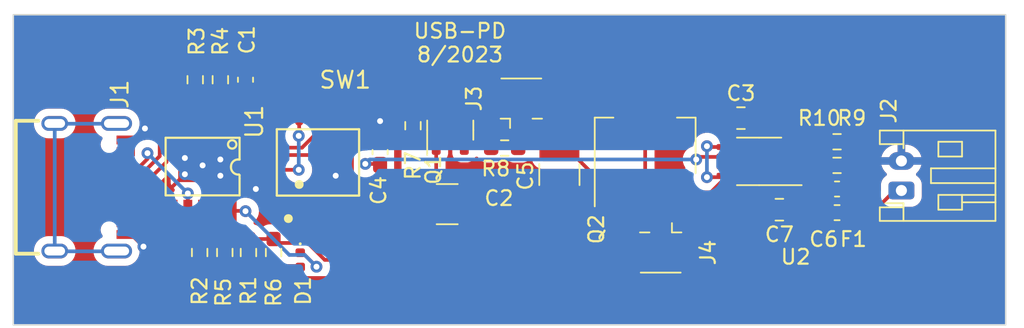
<source format=kicad_pcb>
(kicad_pcb (version 20221018) (generator pcbnew)
  (layers (0 "F.Cu" signal) (31 "B.Cu" signal) (34 "B.Paste" user) (35 "F.Paste" user) (36 "B.SilkS" user "B.Silkscreen") (37 "F.SilkS" user "F.Silkscreen") (38 "B.Mask" user) (39 "F.Mask" user) (44 "Edge.Cuts" user))
  (net 0 "")
  (net 1 "Net-(Q1-B)")
  (net 2 "Net-(J4-In)")
  (net 3 "GND")
  (net 4 "Net-(U2-NR{slash}SS)")
  (net 5 "Net-(Q2-B)")
  (net 6 "Net-(U2-FB)")
  (net 7 "VDD")
  (net 8 "Net-(D1-K)")
  (net 9 "Net-(D1-A)")
  (net 10 "Net-(J1-CC1)")
  (net 11 "Net-(U1-DP)")
  (net 12 "VBUS")
  (net 13 "Net-(U1-DM)")
  (net 15 "GNDPWR")
  (net 16 "Net-(J1-CC2)")
  (net 17 "/power2/10V")
  (net 18 "/power2/p_out")
  (net 20 "Net-(J3-In)")
  (net 21 "Net-(U1-VBUS)")
  (net 22 "Net-(U1-CFG3)")
  (net 23 "Net-(U1-CFG2)")
  (net 24 "Net-(U1-CFG1)")
  (footprint "Resistor_SMD:R_0603_1608Metric_Pad0.98x0.95mm_HandSolder" (layer "F.Cu") (at 138.8 91.1 90)
    (fp_text reference "R1" (at -2.5875 0 90) (layer "F.SilkS"))
    (fp_text value "1K")
    (fp_line (start -0.254724 -0.5225) (end 0.254724 -0.5225) (stroke (width 0.12)) (layer "F.SilkS"))
    (fp_line (start -0.254724 0.5225) (end 0.254724 0.5225) (stroke (width 0.12)) (layer "F.SilkS"))
    (pad "1" smd roundrect (at -0.9125 0 90) (size 0.975 0.95) (layers "F.Cu" "F.Paste" "F.Mask") (net 12 "VBUS"))
    (pad "2" smd roundrect (at 0.9125 0 90) (size 0.975 0.95) (layers "F.Cu" "F.Paste" "F.Mask") (net 7 "VDD"))
  )
  (footprint "Resistor_SMD:R_0603_1608Metric_Pad0.98x0.95mm_HandSolder" (layer "F.Cu") (at 156.125 84.025)
    (fp_text reference "R8" (at -0.6 1.4) (layer "F.SilkS"))
    (fp_text value "1K")
    (fp_line (start -0.254724 -0.5225) (end 0.254724 -0.5225) (stroke (width 0.12)) (layer "F.SilkS"))
    (fp_line (start -0.254724 0.5225) (end 0.254724 0.5225) (stroke (width 0.12)) (layer "F.SilkS"))
    (pad "1" smd roundrect (at -0.9125 0) (size 0.975 0.95) (layers "F.Cu" "F.Paste" "F.Mask") (net 20 "Net-(J3-In)"))
    (pad "2" smd roundrect (at 0.9125 0) (size 0.975 0.95) (layers "F.Cu" "F.Paste" "F.Mask") (net 5 "Net-(Q2-B)"))
  )
  (footprint "Resistor_SMD:R_0603_1608Metric_Pad0.98x0.95mm_HandSolder" (layer "F.Cu") (at 178.6 85.2)
    (fp_text reference "R9" (at 1 -3.2) (layer "F.SilkS"))
    (fp_text value "115K")
    (fp_line (start -0.254724 -0.5225) (end 0.254724 -0.5225) (stroke (width 0.12)) (layer "F.SilkS"))
    (fp_line (start -0.254724 0.5225) (end 0.254724 0.5225) (stroke (width 0.12)) (layer "F.SilkS"))
    (pad "1" smd roundrect (at -0.9125 0) (size 0.975 0.95) (layers "F.Cu" "F.Paste" "F.Mask") (net 6 "Net-(U2-FB)"))
    (pad "2" smd roundrect (at 0.9125 0) (size 0.975 0.95) (layers "F.Cu" "F.Paste" "F.Mask") (net 18 "/power2/p_out"))
  )
  (footprint "Fuse:Fuse_0603_1608Metric_Pad1.05x0.95mm_HandSolder" (layer "F.Cu") (at 178.6 88.4 180)
    (fp_text reference "F1" (at -1.1 -1.8) (layer "F.SilkS"))
    (fp_text value "Polyfuse")
    (fp_line (start -0.171267 -0.51) (end 0.171267 -0.51) (stroke (width 0.12)) (layer "F.SilkS"))
    (fp_line (start -0.171267 0.51) (end 0.171267 0.51) (stroke (width 0.12)) (layer "F.SilkS"))
    (pad "1" smd roundrect (at -0.875 0 180) (size 1.05 0.95) (layers "F.Cu" "F.Paste" "F.Mask") (net 17 "/power2/10V"))
    (pad "2" smd roundrect (at 0.875 0 180) (size 1.05 0.95) (layers "F.Cu" "F.Paste" "F.Mask") (net 18 "/power2/p_out"))
  )
  (footprint "0my_footprints6:ESSOP-10_L4.9-W3.9-P1.0-LS6.0-TL-EP" (layer "F.Cu") (at 135.7 85.28 180)
    (fp_text reference "U1" (at -3.5 4.28 270) (layer "F.SilkS") (effects (font (size 1.143 1.143) (thickness 0.152)) (justify right)))
    (fp_text value "CH224K" hide)
    (fp_line (start -2.5 -1.95) (end 2.5 -1.95) (stroke (width 0.15)) (layer "F.SilkS"))
    (fp_line (start -2.5 -0.82) (end -2.5 -1.95) (stroke (width 0.15)) (layer "F.SilkS"))
    (fp_line (start -2.5 -0.58) (end -2.5 -0.82) (stroke (width 0.15)) (layer "F.SilkS"))
    (fp_line (start -2.5 0.48) (end -2.4 0.48) (stroke (width 0.15)) (layer "F.SilkS"))
    (fp_line (start -2.5 1.95) (end -2.5 0.48) (stroke (width 0.15)) (layer "F.SilkS"))
    (fp_line (start -2.5 1.95) (end 2.5 1.95) (stroke (width 0.15)) (layer "F.SilkS"))
    (fp_line (start -2.46 -0.54) (end -2.5 -0.58) (stroke (width 0.15)) (layer "F.SilkS"))
    (fp_line (start 2.5 1.95) (end 2.5 -1.95) (stroke (width 0.15)) (layer "F.SilkS"))
    (fp_arc (start -2.46 -0.54) (mid -2.063952 -0.396157) (end -1.919986 -0.000154) (stroke (width 0.15)) (layer "F.SilkS"))
    (fp_arc (start -1.92 0) (mid -2.060589 0.339411) (end -2.4 0.48) (stroke (width 0.15)) (layer "F.SilkS"))
    (fp_circle (center -2 1.5) (end -1.716 1.5) (stroke (width 0.15)) (fill none) (layer "F.SilkS"))
    (pad "1" smd rect (at -2 3 270) (size 1.5 0.6) (layers "F.Cu" "F.Paste" "F.Mask") (net 7 "VDD"))
    (pad "2" smd rect (at -1 3 270) (size 1.5 0.6) (layers "F.Cu" "F.Paste" "F.Mask") (net 23 "Net-(U1-CFG2)"))
    (pad "3" smd rect (at 0 3 270) (size 1.5 0.6) (layers "F.Cu" "F.Paste" "F.Mask") (net 22 "Net-(U1-CFG3)"))
    (pad "4" smd rect (at 1 3 270) (size 1.5 0.6) (layers "F.Cu" "F.Paste" "F.Mask") (net 11 "Net-(U1-DP)"))
    (pad "5" smd rect (at 2 3 270) (size 1.5 0.6) (layers "F.Cu" "F.Paste" "F.Mask") (net 13 "Net-(U1-DM)"))
    (pad "6" smd rect (at 2 -3 270) (size 1.5 0.6) (layers "F.Cu" "F.Paste" "F.Mask") (net 16 "Net-(J1-CC2)"))
    (pad "7" smd rect (at 1 -3 270) (size 1.5 0.6) (layers "F.Cu" "F.Paste" "F.Mask") (net 10 "Net-(J1-CC1)"))
    (pad "8" smd rect (at 0 -3 270) (size 1.5 0.6) (layers "F.Cu" "F.Paste" "F.Mask") (net 21 "Net-(U1-VBUS)"))
    (pad "9" smd rect (at -1 -3 270) (size 1.5 0.6) (layers "F.Cu" "F.Paste" "F.Mask") (net 24 "Net-(U1-CFG1)"))
    (pad "10" smd rect (at -2 -3 270) (size 1.5 0.6) (layers "F.Cu" "F.Paste" "F.Mask") (net 8 "Net-(D1-K)"))
    (pad "11" smd rect (at 0 0) (size 3.3 2.1) (layers "F.Cu" "F.Paste" "F.Mask") (net 3 "GND"))
  )
  (footprint "Package_TO_SOT_SMD:SOT-223-3_TabPin2" (layer "F.Cu") (at 165.625 83.875 90)
    (fp_text reference "Q2" (at -5.65 -3.3 90) (layer "F.SilkS"))
    (fp_text value "FZT851TA")
    (fp_line (start -4.1 -3.41) (end 1.91 -3.41) (stroke (width 0.12)) (layer "F.SilkS"))
    (fp_line (start -1.85 3.41) (end 1.91 3.41) (stroke (width 0.12)) (layer "F.SilkS"))
    (fp_line (start 1.91 -3.41) (end 1.91 -2.15) (stroke (width 0.12)) (layer "F.SilkS"))
    (fp_line (start 1.91 3.41) (end 1.91 2.15) (stroke (width 0.12)) (layer "F.SilkS"))
    (pad "1" smd rect (at -3.15 -2.3 90) (size 2 1.5) (layers "F.Cu" "F.Paste" "F.Mask") (net 5 "Net-(Q2-B)"))
    (pad "2" smd rect (at -3.15 0 90) (size 2 1.5) (layers "F.Cu" "F.Paste" "F.Mask") (net 20 "Net-(J3-In)"))
    (pad "2" smd rect (at 3.15 0 90) (size 2 3.8) (layers "F.Cu" "F.Paste" "F.Mask") (net 20 "Net-(J3-In)"))
    (pad "3" smd rect (at -3.15 2.3 90) (size 2 1.5) (layers "F.Cu" "F.Paste" "F.Mask") (net 2 "Net-(J4-In)"))
  )
  (footprint "Capacitor_SMD:C_0805_2012Metric_Pad1.18x1.45mm_HandSolder" (layer "F.Cu") (at 172.1 82)
    (fp_text reference "C3" (at 0 -1.68) (layer "F.SilkS"))
    (fp_text value "10uF X5R 0805")
    (fp_line (start -0.261252 -0.735) (end 0.261252 -0.735) (stroke (width 0.12)) (layer "F.SilkS"))
    (fp_line (start -0.261252 0.735) (end 0.261252 0.735) (stroke (width 0.12)) (layer "F.SilkS"))
    (pad "1" smd roundrect (at -1.0375 0) (size 1.175 1.45) (layers "F.Cu" "F.Paste" "F.Mask") (roundrect_rratio 0.2127659574) (net 2 "Net-(J4-In)"))
    (pad "2" smd roundrect (at 1.0375 0) (size 1.175 1.45) (layers "F.Cu" "F.Paste" "F.Mask") (roundrect_rratio 0.2127659574) (net 3 "GND"))
  )
  (footprint "Capacitor_SMD:C_0603_1608Metric_Pad1.08x0.95mm_HandSolder" (layer "F.Cu") (at 138.6 79.4 90)
    (fp_text reference "C1" (at 2.7 0.1 90) (layer "F.SilkS"))
    (fp_text value "1uF_25V")
    (fp_line (start -0.146267 -0.51) (end 0.146267 -0.51) (stroke (width 0.12)) (layer "F.SilkS"))
    (fp_line (start -0.146267 0.51) (end 0.146267 0.51) (stroke (width 0.12)) (layer "F.SilkS"))
    (pad "1" smd roundrect (at -0.8625 0 90) (size 1.075 0.95) (layers "F.Cu" "F.Paste" "F.Mask") (net 7 "VDD"))
    (pad "2" smd roundrect (at 0.8625 0 90) (size 1.075 0.95) (layers "F.Cu" "F.Paste" "F.Mask") (net 3 "GND"))
  )
  (footprint "Connector_Coaxial:U.FL_Hirose_U.FL-R-SMT-1_Vertical" (layer "F.Cu") (at 157.25 81.15 90)
    (fp_text reference "J3" (at 0.475 -3.2 90) (layer "F.SilkS"))
    (fp_text value "Conn_Coaxial")
    (fp_line (start -0.885 -1.4) (end -0.885 -0.76) (stroke (width 0.12)) (layer "F.SilkS"))
    (fp_line (start -0.885 -0.76) (end -1.515 -0.76) (stroke (width 0.12)) (layer "F.SilkS"))
    (fp_line (start -0.885 1.4) (end -0.885 0.76) (stroke (width 0.12)) (layer "F.SilkS"))
    (fp_line (start 1.835 -1.35) (end 1.835 1.35) (stroke (width 0.12)) (layer "F.SilkS"))
    (pad "1" smd rect (at -1.05 0 90) (size 1.05 1) (layers "F.Cu" "F.Paste" "F.Mask") (net 20 "Net-(J3-In)"))
    (pad "2" smd rect (at 0.475 -1.475 90) (size 2.2 1.05) (layers "F.Cu" "F.Paste" "F.Mask") (net 3 "GND"))
    (pad "2" smd rect (at 0.475 1.475 90) (size 2.2 1.05) (layers "F.Cu" "F.Paste" "F.Mask") (net 3 "GND"))
  )
  (footprint "LED_SMD:LED_0402_1005Metric" (layer "F.Cu") (at 142.3 91.6 -90)
    (fp_text reference "D1" (at 2.1 -0.2 90) (layer "F.SilkS"))
    (fp_text value "LED_0402")
    (fp_circle (center -1.09 0) (end -1.04 0) (stroke (width 0.1)) (fill none) (layer "F.SilkS"))
    (pad "1" smd roundrect (at -0.485 0 270) (size 0.59 0.64) (layers "F.Cu" "F.Paste" "F.Mask") (net 8 "Net-(D1-K)"))
    (pad "2" smd roundrect (at 0.485 0 270) (size 0.59 0.64) (layers "F.Cu" "F.Paste" "F.Mask") (net 9 "Net-(D1-A)"))
  )
  (footprint "Connector_JST:JST_PH_S2B-PH-K_1x02_P2.00mm_Horizontal" (layer "F.Cu") (at 182.95 86.9 90)
    (fp_text reference "J2" (at 5.4 -0.85 90) (layer "F.SilkS"))
    (fp_text value "JST-S2B-PH")
    (fp_line (start -2.06 -1.46) (end -2.06 6.36) (stroke (width 0.12)) (layer "F.SilkS"))
    (fp_line (start -2.06 0.14) (end -1.14 0.14) (stroke (width 0.12)) (layer "F.SilkS"))
    (fp_line (start -2.06 6.36) (end 4.06 6.36) (stroke (width 0.12)) (layer "F.SilkS"))
    (fp_line (start -1.3 2.5) (end -1.3 4.1) (stroke (width 0.12)) (layer "F.SilkS"))
    (fp_line (start -1.3 4.1) (end -0.3 4.1) (stroke (width 0.12)) (layer "F.SilkS"))
    (fp_line (start -1.14 -1.46) (end -2.06 -1.46) (stroke (width 0.12)) (layer "F.SilkS"))
    (fp_line (start -1.14 0.14) (end -1.14 -1.46) (stroke (width 0.12)) (layer "F.SilkS"))
    (fp_line (start -0.86 0.14) (end -1.14 0.14) (stroke (width 0.12)) (layer "F.SilkS"))
    (fp_line (start -0.86 0.14) (end -0.86 -1.075) (stroke (width 0.12)) (layer "F.SilkS"))
    (fp_line (start -0.8 4.1) (end -0.8 6.36) (stroke (width 0.12)) (layer "F.SilkS"))
    (fp_line (start -0.3 2.5) (end -1.3 2.5) (stroke (width 0.12)) (layer "F.SilkS"))
    (fp_line (start -0.3 4.1) (end -0.3 2.5) (stroke (width 0.12)) (layer "F.SilkS"))
    (fp_line (start -0.3 4.1) (end -0.3 6.36) (stroke (width 0.12)) (layer "F.SilkS"))
    (fp_line (start 0.5 2) (end 1.5 2) (stroke (width 0.12)) (layer "F.SilkS"))
    (fp_line (start 0.5 6.36) (end 0.5 2) (stroke (width 0.12)) (layer "F.SilkS"))
    (fp_line (start 1.5 2) (end 1.5 6.36) (stroke (width 0.12)) (layer "F.SilkS"))
    (fp_line (start 2.3 2.5) (end 3.3 2.5) (stroke (width 0.12)) (layer "F.SilkS"))
    (fp_line (start 2.3 4.1) (end 2.3 2.5) (stroke (width 0.12)) (layer "F.SilkS"))
    (fp_line (start 3.14 -1.46) (end 3.14 0.14) (stroke (width 0.12)) (layer "F.SilkS"))
    (fp_line (start 3.14 0.14) (end 2.86 0.14) (stroke (width 0.12)) (layer "F.SilkS"))
    (fp_line (start 3.3 2.5) (end 3.3 4.1) (stroke (width 0.12)) (layer "F.SilkS"))
    (fp_line (start 3.3 4.1) (end 2.3 4.1) (stroke (width 0.12)) (layer "F.SilkS"))
    (fp_line (start 4.06 -1.46) (end 3.14 -1.46) (stroke (width 0.12)) (layer "F.SilkS"))
    (fp_line (start 4.06 0.14) (end 3.14 0.14) (stroke (width 0.12)) (layer "F.SilkS"))
    (fp_line (start 4.06 6.36) (end 4.06 -1.46) (stroke (width 0.12)) (layer "F.SilkS"))
    (pad "1" thru_hole roundrect (at 0 0 90) (size 1.2 1.75) (drill 0.75) (layers "*.Cu" "*.Mask") (roundrect_rratio 0.2083333333) (net 17 "/power2/10V"))
    (pad "2" thru_hole oval (at 2 0 90) (size 1.2 1.75) (drill 0.75) (layers "*.Cu" "*.Mask") (net 3 "GND"))
  )
  (footprint "Capacitor_SMD:C_1210_3225Metric_Pad1.33x2.70mm_HandSolder" (layer "F.Cu") (at 159.825 85.825 -90)
    (fp_text reference "C5" (at 0.1 2.3 90) (layer "F.SilkS"))
    (fp_text value "47uF")
    (fp_line (start -0.711252 -1.36) (end 0.711252 -1.36) (stroke (width 0.12)) (layer "F.SilkS"))
    (fp_line (start -0.711252 1.36) (end 0.711252 1.36) (stroke (width 0.12)) (layer "F.SilkS"))
    (pad "1" smd roundrect (at -1.5625 0 270) (size 1.325 2.7) (layers "F.Cu" "F.Paste" "F.Mask") (roundrect_rratio 0.1886792453) (net 5 "Net-(Q2-B)"))
    (pad "2" smd roundrect (at 1.5625 0 270) (size 1.325 2.7) (layers "F.Cu" "F.Paste" "F.Mask") (roundrect_rratio 0.1886792453) (net 3 "GND"))
  )
  (footprint "0my_footprints7:USB-C-GT-USB-7010ASV" (layer "F.Cu") (at 128.1 86.68 -90)
    (fp_text reference "J1" (at -7.38 -2 90) (layer "F.SilkS") (effects (font (size 1.143 1.143) (thickness 0.152)) (justify right)))
    (fp_text value "GT-USB-7010ASV" hide)
    (fp_line (start -4.5 5.03) (end -4.5 3.5) (stroke (width 0.254)) (layer "F.SilkS"))
    (fp_line (start 4.5 5.03) (end -4.5 5.03) (stroke (width 0.254)) (layer "F.SilkS"))
    (fp_line (start 4.5 5.03) (end 4.5 3.5) (stroke (width 0.254)) (layer "F.SilkS"))
    (pad "" np_thru_hole circle (at -2.9 -1.28 270) (size 0.65 0.65) (drill 0.65) (layers "*.Cu" "*.Mask"))
    (pad "" np_thru_hole circle (at 2.89 -1.28 270) (size 0.65 0.65) (drill 0.65) (layers "*.Cu" "*.Mask"))
    (pad "A1B12" smd rect (at -3.2 -2.4 270) (size 0.6 1.24) (layers "F.Cu" "F.Paste" "F.Mask") (net 3 "GND"))
    (pad "A4B9" smd rect (at -2.4 -2.4 270) (size 0.6 1.24) (layers "F.Cu" "F.Paste" "F.Mask") (net 12 "VBUS"))
    (pad "A5" smd rect (at -1.25 -2.4 270) (size 0.3 1.24) (layers "F.Cu" "F.Paste" "F.Mask") (net 10 "Net-(J1-CC1)"))
    (pad "A6" smd rect (at -0.25 -2.4 270) (size 0.3 1.24) (layers "F.Cu" "F.Paste" "F.Mask") (net 11 "Net-(U1-DP)"))
    (pad "A7" smd rect (at 0.25 -2.4 270) (size 0.3 1.24) (layers "F.Cu" "F.Paste" "F.Mask") (net 13 "Net-(U1-DM)"))
    (pad "A8" smd rect (at 1.25 -2.4 270) (size 0.3 1.24) (layers "F.Cu" "F.Paste" "F.Mask"))
    (pad "B1A12" smd rect (at 3.2 -2.4 270) (size 0.6 1.24) (layers "F.Cu" "F.Paste" "F.Mask") (net 3 "GND"))
    (pad "B4A9" smd rect (at 2.4 -2.4 270) (size 0.6 1.24) (layers "F.Cu" "F.Paste" "F.Mask") (net 12 "VBUS"))
    (pad "B5" smd rect (at 1.75 -2.4 270) (size 0.3 1.24) (layers "F.Cu" "F.Paste" "F.Mask") (net 16 "Net-(J1-CC2)"))
    (pad "B6" smd rect (at 0.75 -2.4 270) (size 0.3 1.24) (layers "F.Cu" "F.Paste" "F.Mask") (net 11 "Net-(U1-DP)"))
    (pad "B7" smd rect (at -0.75 -2.4 270) (size 0.3 1.24) (layers "F.Cu" "F.Paste" "F.Mask") (net 13 "Net-(U1-DM)"))
    (pad "B8" smd rect (at -1.75 -2.4 270) (size 0.3 1.24) (layers "F.Cu" "F.Paste" "F.Mask"))
    (pad "S1" thru_hole oval (at -4.32 -1.78 270) (size 1 2.1) (drill oval 0.6 1.7) (layers "*.Cu" "*.Paste" "*.Mask") (net 15 "GNDPWR"))
    (pad "S2" thru_hole oval (at 4.32 -1.78 270) (size 1 2.1) (drill oval 0.6 1.7) (layers "*.Cu" "*.Paste" "*.Mask") (net 15 "GNDPWR"))
    (pad "S3" thru_hole oval (at 4.32 2.4 270) (size 1 1.8) (drill oval 0.6 1.4) (layers "*.Cu" "*.Paste" "*.Mask") (net 15 "GNDPWR"))
    (pad "S4" thru_hole oval (at -4.32 2.4 270) (size 1 1.8) (drill oval 0.6 1.4) (layers "*.Cu" "*.Paste" "*.Mask") (net 15 "GNDPWR"))
  )
  (footprint "0my_footprints6:SW-SMD_DSHP03TS-S" (layer "F.Cu") (at 143.5 85)
    (fp_text reference "SW1" (at 0 -5.588) (layer "F.SilkS") (effects (font (size 1.143 1.143) (thickness 0.152)) (justify left)))
    (fp_text value "DSHP03TS-S" hide)
    (fp_line (start -2.781 -2.247) (end 2.781 -2.247) (stroke (width 0.152)) (layer "F.SilkS"))
    (fp_line (start -2.781 2.246) (end -2.781 -2.247) (stroke (width 0.152)) (layer "F.SilkS"))
    (fp_line (start 2.781 -2.247) (end 2.781 2.246) (stroke (width 0.152)) (layer "F.SilkS"))
    (fp_line (start 2.781 2.246) (end -2.781 2.246) (stroke (width 0.152)) (layer "F.SilkS"))
    (fp_circle (center -2.002 3.803) (end -1.852 3.803) (stroke (width 0.3)) (fill none) (layer "F.SilkS"))
    (fp_circle (center -1.27 1.494) (end -1.12 1.494) (stroke (width 0.3)) (fill none) (layer "F.SilkS"))
    (pad "1" smd oval (at -1.27 3.803) (size 0.56 2.655) (layers "F.Cu" "F.Paste" "F.Mask") (net 3 "GND"))
    (pad "2" smd oval (at 0 3.803) (size 0.56 2.655) (layers "F.Cu" "F.Paste" "F.Mask") (net 3 "GND"))
    (pad "3" smd oval (at 1.27 3.803) (size 0.56 2.655) (layers "F.Cu" "F.Paste" "F.Mask") (net 3 "GND"))
    (pad "4" smd oval (at 1.27 -3.803) (size 0.56 2.655) (layers "F.Cu" "F.Paste" "F.Mask") (net 22 "Net-(U1-CFG3)"))
    (pad "5" smd oval (at 0 -3.803) (size 0.56 2.655) (layers "F.Cu" "F.Paste" "F.Mask") (net 23 "Net-(U1-CFG2)"))
    (pad "6" smd oval (at -1.27 -3.803) (size 0.56 2.655) (layers "F.Cu" "F.Paste" "F.Mask") (net 24 "Net-(U1-CFG1)"))
  )
  (footprint "Capacitor_SMD:C_0603_1608Metric_Pad1.08x0.95mm_HandSolder" (layer "F.Cu") (at 147.7 84.3 -90)
    (fp_text reference "C4" (at 2.6 0.1 90) (layer "F.SilkS"))
    (fp_text value "10nF 50V X7R 0603")
    (fp_line (start -0.146267 -0.51) (end 0.146267 -0.51) (stroke (width 0.12)) (layer "F.SilkS"))
    (fp_line (start -0.146267 0.51) (end 0.146267 0.51) (stroke (width 0.12)) (layer "F.SilkS"))
    (pad "1" smd roundrect (at -0.8625 0 270) (size 1.075 0.95) (layers "F.Cu" "F.Paste" "F.Mask") (net 3 "GND"))
    (pad "2" smd roundrect (at 0.8625 0 270) (size 1.075 0.95) (layers "F.Cu" "F.Paste" "F.Mask") (net 4 "Net-(U2-NR{slash}SS)"))
  )
  (footprint "Package_SO:MSOP-8-1EP_3x3mm_P0.65mm_EP1.68x1.88mm" (layer "F.Cu") (at 173.33 84.93 180)
    (fp_text reference "U2" (at -2.47 -6.47 180) (layer "F.SilkS"))
    (fp_text value "TPS7A4901DGNR")
    (fp_line (start 0 -1.61) (end -2.875 -1.61) (stroke (width 0.12)) (layer "F.SilkS"))
    (fp_line (start 0 -1.61) (end 1.5 -1.61) (stroke (width 0.12)) (layer "F.SilkS"))
    (fp_line (start 0 1.61) (end -1.5 1.61) (stroke (width 0.12)) (layer "F.SilkS"))
    (fp_line (start 0 1.61) (end 1.5 1.61) (stroke (width 0.12)) (layer "F.SilkS"))
    (pad "1" smd roundrect (at -2.15 -0.975 180) (size 1.45 0.4) (layers "F.Cu" "F.Paste" "F.Mask") (net 18 "/power2/p_out"))
    (pad "2" smd roundrect (at -2.15 -0.325 180) (size 1.45 0.4) (layers "F.Cu" "F.Paste" "F.Mask") (net 6 "Net-(U2-FB)"))
    (pad "3" smd roundrect (at -2.15 0.325 180) (size 1.45 0.4) (layers "F.Cu" "F.Paste" "F.Mask"))
    (pad "4" smd roundrect (at -2.15 0.975 180) (size 1.45 0.4) (layers "F.Cu" "F.Paste" "F.Mask") (net 3 "GND"))
    (pad "5" smd roundrect (at 2.15 0.975 180) (size 1.45 0.4) (layers "F.Cu" "F.Paste" "F.Mask") (net 2 "Net-(J4-In)"))
    (pad "6" smd roundrect (at 2.15 0.325 180) (size 1.45 0.4) (layers "F.Cu" "F.Paste" "F.Mask") (net 4 "Net-(U2-NR{slash}SS)"))
    (pad "7" smd roundrect (at 2.15 -0.325 180) (size 1.45 0.4) (layers "F.Cu" "F.Paste" "F.Mask"))
    (pad "8" smd roundrect (at 2.15 -0.975 180) (size 1.45 0.4) (layers "F.Cu" "F.Paste" "F.Mask") (net 2 "Net-(J4-In)"))
    (pad "9" smd rect (at 0 0 180) (size 1.68 1.88) (layers "F.Cu" "F.Mask") (net 3 "GND"))
  )
  (footprint "Capacitor_SMD:C_0603_1608Metric_Pad1.08x0.95mm_HandSolder" (layer "F.Cu") (at 178.6 86.8)
    (fp_text reference "C6" (at -0.9 3.4) (layer "F.SilkS"))
    (fp_text value "10nF 50V X7R 0603")
    (fp_line (start -0.146267 -0.51) (end 0.146267 -0.51) (stroke (width 0.12)) (layer "F.SilkS"))
    (fp_line (start -0.146267 0.51) (end 0.146267 0.51) (stroke (width 0.12)) (layer "F.SilkS"))
    (pad "1" smd roundrect (at -0.8625 0) (size 1.075 0.95) (layers "F.Cu" "F.Paste" "F.Mask") (net 6 "Net-(U2-FB)"))
    (pad "2" smd roundrect (at 0.8625 0) (size 1.075 0.95) (layers "F.Cu" "F.Paste" "F.Mask") (net 18 "/power2/p_out"))
  )
  (footprint "Capacitor_SMD:C_1210_3225Metric_Pad1.33x2.70mm_HandSolder" (layer "F.Cu") (at 152.2375 87.825)
    (fp_text reference "C2" (at 3.5 -0.4) (layer "F.SilkS"))
    (fp_text value "47uF")
    (fp_line (start -0.711252 -1.36) (end 0.711252 -1.36) (stroke (width 0.12)) (layer "F.SilkS"))
    (fp_line (start -0.711252 1.36) (end 0.711252 1.36) (stroke (width 0.12)) (layer "F.SilkS"))
    (pad "1" smd roundrect (at -1.5625 0) (size 1.325 2.7) (layers "F.Cu" "F.Paste" "F.Mask") (roundrect_rratio 0.1886792453) (net 1 "Net-(Q1-B)"))
    (pad "2" smd roundrect (at 1.5625 0) (size 1.325 2.7) (layers "F.Cu" "F.Paste" "F.Mask") (roundrect_rratio 0.1886792453) (net 3 "GND"))
  )
  (footprint "Package_TO_SOT_SMD:SOT-23" (layer "F.Cu") (at 152.445 82.8125 90)
    (fp_text reference "Q1" (at -2.6875 -1.145 90) (layer "F.SilkS"))
    (fp_text value "BC847C")
    (fp_line (start 0 -1.56) (end -1.675 -1.56) (stroke (width 0.12)) (layer "F.SilkS"))
    (fp_line (start 0 -1.56) (end 0.65 -1.56) (stroke (width 0.12)) (layer "F.SilkS"))
    (fp_line (start 0 1.56) (end -0.65 1.56) (stroke (width 0.12)) (layer "F.SilkS"))
    (fp_line (start 0 1.56) (end 0.65 1.56) (stroke (width 0.12)) (layer "F.SilkS"))
    (pad "1" smd roundrect (at -0.9375 -0.95 90) (size 1.475 0.6) (layers "F.Cu" "F.Paste" "F.Mask") (net 1 "Net-(Q1-B)"))
    (pad "2" smd roundrect (at -0.9375 0.95 90) (size 1.475 0.6) (layers "F.Cu" "F.Paste" "F.Mask") (net 20 "Net-(J3-In)"))
    (pad "3" smd roundrect (at 0.9375 0 90) (size 1.475 0.6) (layers "F.Cu" "F.Paste" "F.Mask") (net 12 "VBUS"))
  )
  (footprint "Resistor_SMD:R_0603_1608Metric_Pad0.98x0.95mm_HandSolder" (layer "F.Cu") (at 149.925 82.5125 -90)
    (fp_text reference "R7" (at 2.7 0 90) (layer "F.SilkS"))
    (fp_text value "1K")
    (fp_line (start -0.254724 -0.5225) (end 0.254724 -0.5225) (stroke (width 0.12)) (layer "F.SilkS"))
    (fp_line (start -0.254724 0.5225) (end 0.254724 0.5225) (stroke (width 0.12)) (layer "F.SilkS"))
    (pad "1" smd roundrect (at -0.9125 0 270) (size 0.975 0.95) (layers "F.Cu" "F.Paste" "F.Mask") (net 12 "VBUS"))
    (pad "2" smd roundrect (at 0.9125 0 270) (size 0.975 0.95) (layers "F.Cu" "F.Paste" "F.Mask") (net 1 "Net-(Q1-B)"))
  )
  (footprint "Resistor_SMD:R_0603_1608Metric_Pad0.98x0.95mm_HandSolder" (layer "F.Cu") (at 135.2 79.4 90)
    (fp_text reference "R3" (at 2.6 0.1 90) (layer "F.SilkS"))
    (fp_text value "10K")
    (fp_line (start -0.254724 -0.5225) (end 0.254724 -0.5225) (stroke (width 0.12)) (layer "F.SilkS"))
    (fp_line (start -0.254724 0.5225) (end 0.254724 0.5225) (stroke (width 0.12)) (layer "F.SilkS"))
    (pad "1" smd roundrect (at -0.9125 0 90) (size 0.975 0.95) (layers "F.Cu" "F.Paste" "F.Mask") (net 22 "Net-(U1-CFG3)"))
    (pad "2" smd roundrect (at 0.9125 0 90) (size 0.975 0.95) (layers "F.Cu" "F.Paste" "F.Mask") (net 7 "VDD"))
  )
  (footprint "Resistor_SMD:R_0603_1608Metric_Pad0.98x0.95mm_HandSolder" (layer "F.Cu") (at 137.2 91.1 -90)
    (fp_text reference "R5" (at 2.7 0.1 90) (layer "F.SilkS"))
    (fp_text value "10K")
    (fp_line (start -0.254724 -0.5225) (end 0.254724 -0.5225) (stroke (width 0.12)) (layer "F.SilkS"))
    (fp_line (start -0.254724 0.5225) (end 0.254724 0.5225) (stroke (width 0.12)) (layer "F.SilkS"))
    (pad "1" smd roundrect (at -0.9125 0 270) (size 0.975 0.95) (layers "F.Cu" "F.Paste" "F.Mask") (net 24 "Net-(U1-CFG1)"))
    (pad "2" smd roundrect (at 0.9125 0 270) (size 0.975 0.95) (layers "F.Cu" "F.Paste" "F.Mask") (net 7 "VDD"))
  )
  (footprint "Resistor_SMD:R_0603_1608Metric_Pad0.98x0.95mm_HandSolder" (layer "F.Cu") (at 135.5 91.1 -90)
    (fp_text reference "R2" (at 2.61 0 90) (layer "F.SilkS"))
    (fp_text value "10K")
    (fp_line (start -0.254724 -0.5225) (end 0.254724 -0.5225) (stroke (width 0.12)) (layer "F.SilkS"))
    (fp_line (start -0.254724 0.5225) (end 0.254724 0.5225) (stroke (width 0.12)) (layer "F.SilkS"))
    (pad "1" smd roundrect (at -0.9125 0 270) (size 0.975 0.95) (layers "F.Cu" "F.Paste" "F.Mask") (net 21 "Net-(U1-VBUS)"))
    (pad "2" smd roundrect (at 0.9125 0 270) (size 0.975 0.95) (layers "F.Cu" "F.Paste" "F.Mask") (net 12 "VBUS"))
  )
  (footprint "Capacitor_SMD:C_0805_2012Metric_Pad1.18x1.45mm_HandSolder" (layer "F.Cu") (at 174.7 88.2 180)
    (fp_text reference "C7" (at 0 -1.68) (layer "F.SilkS"))
    (fp_text value "10uF X5R 0805")
    (fp_line (start -0.261252 -0.735) (end 0.261252 -0.735) (stroke (width 0.12)) (layer "F.SilkS"))
    (fp_line (start -0.261252 0.735) (end 0.261252 0.735) (stroke (width 0.12)) (layer "F.SilkS"))
    (pad "1" smd roundrect (at -1.0375 0 180) (size 1.175 1.45) (layers "F.Cu" "F.Paste" "F.Mask") (roundrect_rratio 0.2127659574) (net 18 "/power2/p_out"))
    (pad "2" smd roundrect (at 1.0375 0 180) (size 1.175 1.45) (layers "F.Cu" "F.Paste" "F.Mask") (roundrect_rratio 0.2127659574) (net 3 "GND"))
  )
  (footprint "Resistor_SMD:R_0603_1608Metric_Pad0.98x0.95mm_HandSolder" (layer "F.Cu") (at 136.9 79.4 90)
    (fp_text reference "R4" (at 2.6 0 90) (layer "F.SilkS"))
    (fp_text value "10K")
    (fp_line (start -0.254724 -0.5225) (end 0.254724 -0.5225) (stroke (width 0.12)) (layer "F.SilkS"))
    (fp_line (start -0.254724 0.5225) (end 0.254724 0.5225) (stroke (width 0.12)) (layer "F.SilkS"))
    (pad "1" smd roundrect (at -0.9125 0 90) (size 0.975 0.95) (layers "F.Cu" "F.Paste" "F.Mask") (net 23 "Net-(U1-CFG2)"))
    (pad "2" smd roundrect (at 0.9125 0 90) (size 0.975 0.95) (layers "F.Cu" "F.Paste" "F.Mask") (net 7 "VDD"))
  )
  (footprint "Connector_Coaxial:U.FL_Hirose_U.FL-R-SMT-1_Vertical" (layer "F.Cu") (at 166.675 90.625 -90)
    (fp_text reference "J4" (at 0.475 -3.2 90) (layer "F.SilkS"))
    (fp_text value "Conn_Coaxial")
    (fp_line (start -0.885 -1.4) (end -0.885 -0.76) (stroke (width 0.12)) (layer "F.SilkS"))
    (fp_line (start -0.885 -0.76) (end -1.515 -0.76) (stroke (width 0.12)) (layer "F.SilkS"))
    (fp_line (start -0.885 1.4) (end -0.885 0.76) (stroke (width 0.12)) (layer "F.SilkS"))
    (fp_line (start 1.835 -1.35) (end 1.835 1.35) (stroke (width 0.12)) (layer "F.SilkS"))
    (pad "1" smd rect (at -1.05 0 270) (size 1.05 1) (layers "F.Cu" "F.Paste" "F.Mask") (net 2 "Net-(J4-In)"))
    (pad "2" smd rect (at 0.475 -1.475 270) (size 2.2 1.05) (layers "F.Cu" "F.Paste" "F.Mask") (net 3 "GND"))
    (pad "2" smd rect (at 0.475 1.475 270) (size 2.2 1.05) (layers "F.Cu" "F.Paste" "F.Mask") (net 3 "GND"))
  )
  (footprint "Resistor_SMD:R_0603_1608Metric_Pad0.98x0.95mm_HandSolder" (layer "F.Cu") (at 178.6 83.6 180)
    (fp_text reference "R10" (at 1.2 1.6) (layer "F.SilkS"))
    (fp_text value "15.4K")
    (fp_line (start -0.254724 -0.5225) (end 0.254724 -0.5225) (stroke (width 0.12)) (layer "F.SilkS"))
    (fp_line (start -0.254724 0.5225) (end 0.254724 0.5225) (stroke (width 0.12)) (layer "F.SilkS"))
    (pad "1" smd roundrect (at -0.9125 0 180) (size 0.975 0.95) (layers "F.Cu" "F.Paste" "F.Mask") (net 3 "GND"))
    (pad "2" smd roundrect (at 0.9125 0 180) (size 0.975 0.95) (layers "F.Cu" "F.Paste" "F.Mask") (net 6 "Net-(U2-FB)"))
  )
  (footprint "Resistor_SMD:R_0603_1608Metric_Pad0.98x0.95mm_HandSolder" (layer "F.Cu") (at 140.5 91.1 -90)
    (fp_text reference "R6" (at 2.7 0 90) (layer "F.SilkS"))
    (fp_text value "1K")
    (fp_line (start -0.254724 -0.5225) (end 0.254724 -0.5225) (stroke (width 0.12)) (layer "F.SilkS"))
    (fp_line (start -0.254724 0.5225) (end 0.254724 0.5225) (stroke (width 0.12)) (layer "F.SilkS"))
    (pad "1" smd roundrect (at -0.9125 0 270) (size 0.975 0.95) (layers "F.Cu" "F.Paste" "F.Mask") (net 7 "VDD"))
    (pad "2" smd roundrect (at 0.9125 0 270) (size 0.975 0.95) (layers "F.Cu" "F.Paste" "F.Mask") (net 9 "Net-(D1-A)"))
  )
  (gr_rect (start 122.9 75) (end 190 96) (stroke (width 0.1)) (fill none) (layer "Edge.Cuts"))
  (gr_text "USB-PD\n8/2023" (at 153.1 76.9) (layer "F.SilkS") (effects (font (size 1 1))))
  (segment (start 151.495 87.005) (end 150.675 87.825) (width 0.25) (layer "F.Cu") (net 1))
  (segment (start 151.495 83.75) (end 151.495 87.005) (width 0.25) (layer "F.Cu") (net 1))
  (segment (start 149.925 83.425) (end 151.17 83.425) (width 0.25) (layer "F.Cu") (net 1))
  (segment (start 151.17 83.425) (end 151.495 83.75) (width 0.25) (layer "F.Cu") (net 1))
  (segment (start 171.18 83.955) (end 169.855 83.955) (width 0.25) (layer "F.Cu") (net 2))
  (segment (start 166.675 88.275) (end 167.925 87.025) (width 0.25) (layer "F.Cu") (net 2))
  (segment (start 169.8 86) (end 171.085 86) (width 0.25) (layer "F.Cu") (net 2))
  (segment (start 169.855 83.955) (end 169.8 83.9) (width 0.25) (layer "F.Cu") (net 2))
  (segment (start 171.085 86) (end 171.18 85.905) (width 0.25) (layer "F.Cu") (net 2))
  (segment (start 171.0625 83.8375) (end 171.18 83.955) (width 0.25) (layer "F.Cu") (net 2))
  (segment (start 166.675 89.575) (end 166.675 88.275) (width 0.25) (layer "F.Cu") (net 2))
  (segment (start 170.06 87.025) (end 171.18 85.905) (width 0.25) (layer "F.Cu") (net 2))
  (segment (start 171.0625 82) (end 171.0625 83.8375) (width 0.25) (layer "F.Cu") (net 2))
  (segment (start 167.925 87.025) (end 170.06 87.025) (width 0.25) (layer "F.Cu") (net 2))
  (via (at 169.8 83.9) (size 0.8) (drill 0.4) (layers "F.Cu" "B.Cu") (net 2))
  (via (at 169.8 86) (size 0.8) (drill 0.4) (layers "F.Cu" "B.Cu") (net 2))
  (segment (start 169.8 83.9) (end 169.8 86) (width 0.25) (layer "B.Cu") (net 2))
  (segment (start 144.77 90.77) (end 145 91) (width 0.254) (layer "F.Cu") (net 3))
  (segment (start 174.755 83.955) (end 175.48 83.955) (width 0.25) (layer "F.Cu") (net 3))
  (segment (start 130.5 89.9) (end 130.9 89.9) (width 0.254) (layer "F.Cu") (net 3))
  (segment (start 130.9 89.9) (end 131.7 90.7) (width 0.254) (layer "F.Cu") (net 3))
  (segment (start 175.48 83.955) (end 174.205 83.955) (width 0.25) (layer "F.Cu") (net 3))
  (segment (start 173.33 84.93) (end 173.33 84.07) (width 0.25) (layer "F.Cu") (net 3))
  (segment (start 130.5 83.5) (end 131 83.5) (width 0.25) (layer "F.Cu") (net 3))
  (segment (start 176.8 82.8) (end 176.7 82.9) (width 0.25) (layer "F.Cu") (net 3))
  (segment (start 176.7 83.6) (end 176.345 83.955) (width 0.25) (layer "F.Cu") (net 3))
  (segment (start 144 91) (end 143.5 90.5) (width 0.254) (layer "F.Cu") (net 3))
  (segment (start 144.77 88.803) (end 144.77 85.97) (width 0.25) (layer "F.Cu") (net 3))
  (segment (start 178.7125 82.8) (end 176.8 82.8) (width 0.25) (layer "F.Cu") (net 3))
  (segment (start 147.7 83.4375) (end 147.7 82.2) (width 0.25) (layer "F.Cu") (net 3))
  (segment (start 131 83.5) (end 131.8 82.7) (width 0.25) (layer "F.Cu") (net 3))
  (segment (start 176.7 82.9) (end 176.7 83.6) (width 0.25) (layer "F.Cu") (net 3))
  (segment (start 176.345 83.955) (end 175.48 83.955) (width 0.25) (layer "F.Cu") (net 3))
  (segment (start 173.88 87.9825) (end 173.6625 88.2) (width 0.25) (layer "F.Cu") (net 3))
  (segment (start 142.23 88.803) (end 141.303 88.803) (width 0.25) (layer "F.Cu") (net 3))
  (segment (start 144.77 88.803) (end 144.77 90.77) (width 0.254) (layer "F.Cu") (net 3))
  (segment (start 179.5125 83.6) (end 178.7125 82.8) (width 0.25) (layer "F.Cu") (net 3))
  (segment (start 145 91) (end 144 91) (width 0.254) (layer "F.Cu") (net 3))
  (segment (start 144.77 85.97) (end 144.7 85.9) (width 0.25) (layer "F.Cu") (net 3))
  (segment (start 143.5 90.5) (end 143.5 88.803) (width 0.254) (layer "F.Cu") (net 3))
  (segment (start 173.33 84.07) (end 174.1 83.3) (width 0.25) (layer "F.Cu") (net 3))
  (segment (start 174.1 83.3) (end 174.755 83.955) (width 0.25) (layer "F.Cu") (net 3))
  (segment (start 141.303 88.803) (end 139.3 86.8) (width 0.25) (layer "F.Cu") (net 3))
  (segment (start 134.5 85.8) (end 132.8 87.5) (width 0.25) (layer "F.Cu") (net 3))
  (segment (start 174.205 83.955) (end 173.88 84.28) (width 0.25) (layer "F.Cu") (net 3))
  (segment (start 173.88 85.58) (end 173.88 87.9825) (width 0.25) (layer "F.Cu") (net 3))
  (segment (start 144.77 88.803) (end 142.23 88.803) (width 0.254) (layer "F.Cu") (net 3))
  (via (at 144.7 85.9) (size 0.8) (drill 0.4) (layers "F.Cu" "B.Cu") (net 3))
  (via (at 135.7 85.2) (size 0.8) (drill 0.4) (layers "F.Cu" "B.Cu") (net 3))
  (via (at 136.9 84.8) (size 0.8) (drill 0.4) (layers "F.Cu" "B.Cu") (net 3))
  (via (at 134.5 84.7) (size 0.8) (drill 0.4) (layers "F.Cu" "B.Cu") (net 3))
  (via (at 139.3 86.8) (size 0.8) (drill 0.4) (layers "F.Cu" "B.Cu") (net 3))
  (via (at 134.5 85.8) (size 0.8) (drill 0.4) (layers "F.Cu" "B.Cu") (net 3))
  (via (at 147.7 82.2) (size 0.8) (drill 0.4) (layers "F.Cu" "B.Cu") (net 3))
  (via (at 136.9 85.9) (size 0.8) (drill 0.4) (layers "F.Cu" "B.Cu") (net 3))
  (via (at 131.7 90.7) (size 0.8) (drill 0.4) (layers "F.Cu" "B.Cu") (net 3))
  (via (at 131.8 82.7) (size 0.8) (drill 0.4) (layers "F.Cu" "B.Cu") (net 3))
  (segment (start 147.7 82.2) (end 144.7 85.2) (width 0.25) (layer "B.Cu") (net 3))
  (segment (start 138.4 85.9) (end 136.9 85.9) (width 0.25) (layer "B.Cu") (net 3))
  (segment (start 144.7 85.2) (end 144.7 85.9) (width 0.25) (layer "B.Cu") (net 3))
  (segment (start 139.3 86.8) (end 138.4 85.9) (width 0.25) (layer "B.Cu") (net 3))
  (segment (start 146.7 85.1) (end 147.6375 85.1) (width 0.25) (layer "F.Cu") (net 4))
  (segment (start 169.2505 84.625) (end 169.0755 84.8) (width 0.25) (layer "F.Cu") (net 4))
  (segment (start 171.16 84.625) (end 169.2505 84.625) (width 0.25) (layer "F.Cu") (net 4))
  (segment (start 147.6375 85.1) (end 147.7 85.1625) (width 0.25) (layer "F.Cu") (net 4))
  (segment (start 171.18 84.605) (end 171.16 84.625) (width 0.25) (layer "F.Cu") (net 4))
  (via (at 169.0755 84.8) (size 0.8) (drill 0.4) (layers "F.Cu" "B.Cu") (net 4))
  (via (at 146.7 85.1) (size 0.8) (drill 0.4) (layers "F.Cu" "B.Cu") (net 4))
  (segment (start 169.0755 84.8) (end 147 84.8) (width 0.25) (layer "B.Cu") (net 4))
  (segment (start 147 84.8) (end 146.7 85.1) (width 0.25) (layer "B.Cu") (net 4))
  (segment (start 159.825 84.2625) (end 160.5625 84.2625) (width 0.25) (layer "F.Cu") (net 5))
  (segment (start 157.0375 84.025) (end 159.5875 84.025) (width 0.25) (layer "F.Cu") (net 5))
  (segment (start 159.5875 84.025) (end 159.825 84.2625) (width 0.25) (layer "F.Cu") (net 5))
  (segment (start 160.5625 84.2625) (end 163.325 87.025) (width 0.25) (layer "F.Cu") (net 5))
  (segment (start 177.6875 85.2) (end 177.6875 86.75) (width 0.25) (layer "F.Cu") (net 6))
  (segment (start 175.48 85.255) (end 177.6325 85.255) (width 0.25) (layer "F.Cu") (net 6))
  (segment (start 177.6325 85.255) (end 177.6875 85.2) (width 0.25) (layer "F.Cu") (net 6))
  (segment (start 177.6875 86.75) (end 177.7375 86.8) (width 0.25) (layer "F.Cu") (net 6))
  (segment (start 177.6875 83.6) (end 177.6875 85.2) (width 0.25) (layer "F.Cu") (net 6))
  (segment (start 145.5 78.9) (end 141.5 78.9) (width 0.25) (layer "F.Cu") (net 7))
  (segment (start 145.038545 91.6) (end 145.8 90.838545) (width 0.25) (layer "F.Cu") (net 7))
  (segment (start 142.816474 90.45502) (end 143.961454 91.6) (width 0.25) (layer "F.Cu") (net 7))
  (segment (start 137.7 82.28) (end 137.7 81.1625) (width 0.25) (layer "F.Cu") (net 7))
  (segment (start 136.825 78.4875) (end 138.6 80.2625) (width 0.25) (layer "F.Cu") (net 7))
  (segment (start 141.5 78.9) (end 140.1375 80.2625) (width 0.25) (layer "F.Cu") (net 7))
  (segment (start 140.5 90.1875) (end 140.76752 90.45502) (width 0.25) (layer "F.Cu") (net 7))
  (segment (start 135.2 78.4875) (end 136.825 78.4875) (width 0.25) (layer "F.Cu") (net 7))
  (segment (start 143.961454 91.6) (end 145.038545 91.6) (width 0.25) (layer "F.Cu") (net 7))
  (segment (start 140.5 90.1875) (end 138.8 90.1875) (width 0.25) (layer "F.Cu") (net 7))
  (segment (start 137.7 81.1625) (end 138.6 80.2625) (width 0.25) (layer "F.Cu") (net 7))
  (segment (start 137.2 92.0125) (end 137.2 91.7875) (width 0.25) (layer "F.Cu") (net 7))
  (segment (start 140.1375 80.2625) (end 138.6 80.2625) (width 0.25) (layer "F.Cu") (net 7))
  (segment (start 145.8 90.838545) (end 145.8 79.2) (width 0.25) (layer "F.Cu") (net 7))
  (segment (start 145.8 79.2) (end 145.5 78.9) (width 0.25) (layer "F.Cu") (net 7))
  (segment (start 137.2 91.7875) (end 138.8 90.1875) (width 0.25) (layer "F.Cu") (net 7))
  (segment (start 140.76752 90.45502) (end 142.816474 90.45502) (width 0.25) (layer "F.Cu") (net 7))
  (segment (start 142.448714 91.263714) (end 142.3 91.115) (width 0.25) (layer "F.Cu") (net 8))
  (segment (start 137.7 88.28) (end 138.58 88.28) (width 0.25) (layer "F.Cu") (net 8))
  (segment (start 142.451855 91.115) (end 143.399843 92.062988) (width 0.25) (layer "F.Cu") (net 8))
  (segment (start 138.58 88.28) (end 138.6 88.3) (width 0.25) (layer "F.Cu") (net 8))
  (segment (start 142.3 91.115) (end 142.451855 91.115) (width 0.25) (layer "F.Cu") (net 8))
  (via (at 143.399843 92.062988) (size 0.8) (drill 0.4) (layers "F.Cu" "B.Cu") (net 8))
  (via (at 138.6 88.3) (size 0.8) (drill 0.4) (layers "F.Cu" "B.Cu") (net 8))
  (segment (start 143.399843 92.062988) (end 142.600569 91.263714) (width 0.25) (layer "B.Cu") (net 8))
  (segment (start 138.6 88.3) (end 141.563714 91.263714) (width 0.25) (layer "B.Cu") (net 8))
  (segment (start 142.600569 91.263714) (end 141.563714 91.263714) (width 0.25) (layer "B.Cu") (net 8))
  (segment (start 140.5 92.0125) (end 142.2275 92.0125) (width 0.25) (layer "F.Cu") (net 9))
  (segment (start 142.2275 92.0125) (end 142.3 92.085) (width 0.25) (layer "F.Cu") (net 9))
  (segment (start 131.972797 84.758851) (end 131.281648 85.45) (width 0.254) (layer "F.Cu") (net 10))
  (segment (start 131.972797 84.372797) (end 131.972797 84.758851) (width 0.254) (layer "F.Cu") (net 10))
  (segment (start 134.7 88.28) (end 134.7 87.1) (width 0.254) (layer "F.Cu") (net 10))
  (segment (start 131.281648 85.45) (end 130.5 85.45) (width 0.254) (layer "F.Cu") (net 10))
  (via (at 134.7 87.1) (size 0.8) (drill 0.4) (layers "F.Cu" "B.Cu") (net 10))
  (via (at 131.972797 84.372797) (size 0.8) (drill 0.4) (layers "F.Cu" "B.Cu") (net 10))
  (segment (start 134.7 87.1) (end 131.972797 84.372797) (width 0.254) (layer "B.Cu") (net 10))
  (segment (start 131.25 87.45) (end 131.6 87.1) (width 0.254) (layer "F.Cu") (net 11))
  (segment (start 133.25352 84.54648) (end 134.7 83.1) (width 0.254) (layer "F.Cu") (net 11))
  (segment (start 134.7 83.1) (end 134.7 82.28) (width 0.254) (layer "F.Cu") (net 11))
  (segment (start 131.6 86.626978) (end 131.423022 86.45) (width 0.254) (layer "F.Cu") (net 11))
  (segment (start 131.6 87.1) (end 131.6 86.626978) (width 0.254) (layer "F.Cu") (net 11))
  (segment (start 130.5 87.45) (end 131.25 87.45) (width 0.254) (layer "F.Cu") (net 11))
  (segment (start 131.6 86.626978) (end 133.25352 84.973458) (width 0.254) (layer "F.Cu") (net 11))
  (segment (start 131.423022 86.45) (end 130.5 86.45) (width 0.254) (layer "F.Cu") (net 11))
  (segment (start 133.25352 84.973458) (end 133.25352 84.54648) (width 0.254) (layer "F.Cu") (net 11))
  (segment (start 138.8 93.2) (end 144.604593 93.2) (width 1) (layer "F.Cu") (net 12))
  (segment (start 135.6 93.3) (end 135.5 93.2) (width 1) (layer "F.Cu") (net 12))
  (segment (start 138.8 93.2) (end 138.7 93.3) (width 1) (layer "F.Cu") (net 12))
  (segment (start 135.5 92.0125) (end 135.5 93.2) (width 2) (layer "F.Cu") (net 12))
  (segment (start 130.5 89.1) (end 131.37 89.1) (width 0.25) (layer "F.Cu") (net 12))
  (segment (start 130.5 84.3) (end 129.872102 84.3) (width 0.254) (layer "F.Cu") (net 12))
  (segment (start 133.2 92.7) (end 133.299511 92.600489) (width 2) (layer "F.Cu") (net 12))
  (segment (start 130.325 88.905) (end 129.687102 88.905) (width 0.25) (layer "F.Cu") (net 12))
  (segment (start 133.7 93.2) (end 133.2 92.7) (width 2) (layer "F.Cu") (net 12))
  (segment (start 147.2 90.604593) (end 147.2 87.8) (width 1) (layer "F.Cu") (net 12))
  (segment (start 130.5 89.1) (end 131.62 89.1) (width 0.5) (layer "F.Cu") (net 12))
  (segment (start 133.2 90.68) (end 133.2 92.7) (width 0.5) (layer "F.Cu") (net 12))
  (segment (start 129.687102 88.905) (end 128.94648 88.164378) (width 0.25) (layer "F.Cu") (net 12))
  (segment (start 135.5 93.2) (end 133.7 93.2) (width 2) (layer "F.Cu") (net 12))
  (segment (start 148.9 86.1) (end 148.9 82.6) (width 0.5) (layer "F.Cu") (net 12))
  (segment (start 138.7 93.3) (end 135.6 93.3) (width 1) (layer "F.Cu") (net 12))
  (segment (start 152.17 81.6) (end 152.445 81.875) (width 0.5) (layer "F.Cu") (net 12))
  (segment (start 128.94648 85.225622) (end 128.94648 88.164378) (width 0.254) (layer "F.Cu") (net 12))
  (segment (start 148.9 82.6) (end 148.925 82.6) (width 0.5) (layer "F.Cu") (net 12))
  (segment (start 138.8 92.0125) (end 138.8 93.2) (width 1) (layer "F.Cu") (net 12))
  (segment (start 129.872102 84.3) (end 128.94648 85.225622) (width 0.254) (layer "F.Cu") (net 12))
  (segment (start 131.62 89.1) (end 133.2 90.68) (width 0.5) (layer "F.Cu") (net 12))
  (segment (start 147.2 87.8) (end 148.9 86.1) (width 0.5) (layer "F.Cu") (net 12))
  (segment (start 144.604593 93.2) (end 147.2 90.604593) (width 1) (layer "F.Cu") (net 12))
  (segment (start 148.925 82.6) (end 149.925 81.6) (width 0.5) (layer "F.Cu") (net 12))
  (segment (start 133.299511 92.600489) (end 133.299511 91.2) (width 2) (layer "F.Cu") (net 12))
  (segment (start 133.2 90.93) (end 133.2 92.7) (width 0.25) (layer "F.Cu") (net 12))
  (segment (start 130.5 89.08) (end 130.325 88.905) (width 0.25) (layer "F.Cu") (net 12))
  (segment (start 149.925 81.6) (end 152.17 81.6) (width 0.5) (layer "F.Cu") (net 12))
  (segment (start 129.576978 86.95) (end 130.5 86.95) (width 0.254) (layer "F.Cu") (net 13))
  (segment (start 132.8 81.3) (end 132.9 81.2) (width 0.254) (layer "F.Cu") (net 13))
  (segment (start 133.5 81.2) (end 133.7 81.4) (width 0.254) (layer "F.Cu") (net 13))
  (segment (start 129.4 86.126978) (end 129.4 86.773022) (width 0.254) (layer "F.Cu") (net 13))
  (segment (start 132.8 84.573022) (end 132.8 81.3) (width 0.254) (layer "F.Cu") (net 13))
  (segment (start 130.5 85.95) (end 129.576978 85.95) (width 0.254) (layer "F.Cu") (net 13))
  (segment (start 130.5 85.95) (end 131.423022 85.95) (width 0.254) (layer "F.Cu") (net 13))
  (segment (start 131.423022 85.95) (end 132.8 84.573022) (width 0.254) (layer "F.Cu") (net 13))
  (segment (start 133.7 81.4) (end 133.7 82.28) (width 0.254) (layer "F.Cu") (net 13))
  (segment (start 132.9 81.2) (end 133.5 81.2) (width 0.254) (layer "F.Cu") (net 13))
  (segment (start 129.4 86.773022) (end 129.576978 86.95) (width 0.254) (layer "F.Cu") (net 13))
  (segment (start 129.576978 85.95) (end 129.4 86.126978) (width 0.254) (layer "F.Cu") (net 13))
  (segment (start 125.7 82.38) (end 125.7 91.02) (width 0.25) (layer "B.Cu") (net 15))
  (segment (start 129.88 91.02) (end 125.7 91.02) (width 0.25) (layer "B.Cu") (net 15))
  (segment (start 129.88 82.38) (end 125.7 82.38) (width 0.25) (layer "B.Cu") (net 15))
  (segment (start 133.1 89.5) (end 132.7 89.1) (width 0.25) (layer "F.Cu") (net 16))
  (segment (start 132.7 89.1) (end 132.7 88.5) (width 0.25) (layer "F.Cu") (net 16))
  (segment (start 133.7 88.28) (end 133.7 89.3) (width 0.25) (layer "F.Cu") (net 16))
  (segment (start 133.5 89.5) (end 133.1 89.5) (width 0.25) (layer "F.Cu") (net 16))
  (segment (start 133.7 89.3) (end 133.5 89.5) (width 0.25) (layer "F.Cu") (net 16))
  (segment (start 132.65 88.45) (end 130.5 88.45) (width 0.25) (layer "F.Cu") (net 16))
  (segment (start 132.7 88.5) (end 132.65 88.45) (width 0.25) (layer "F.Cu") (net 16))
  (segment (start 182.95 86.9) (end 182.5 86.9) (width 0.25) (layer "F.Cu") (net 17))
  (segment (start 181 88.4) (end 179.475 88.4) (width 0.25) (layer "F.Cu") (net 17))
  (segment (start 182.5 86.9) (end 181 88.4) (width 0.25) (layer "F.Cu") (net 17))
  (segment (start 179.5125 85.2) (end 179.5125 86.75) (width 0.25) (layer "F.Cu") (net 18))
  (segment (start 179.5125 86.75) (end 179.4625 86.8) (width 0.25) (layer "F.Cu") (net 18))
  (segment (start 177.525 88.2) (end 177.725 88.4) (width 0.25) (layer "F.Cu") (net 18))
  (segment (start 175.7375 88.2) (end 177.525 88.2) (width 0.25) (layer "F.Cu") (net 18))
  (segment (start 179.4625 86.8) (end 179.325 86.8) (width 0.25) (layer "F.Cu") (net 18))
  (segment (start 176.495 85.905) (end 176.5 85.9) (width 0.25) (layer "F.Cu") (net 18))
  (segment (start 176.5 87.4375) (end 175.7375 88.2) (width 0.25) (layer "F.Cu") (net 18))
  (segment (start 175.48 85.905) (end 176.495 85.905) (width 0.25) (layer "F.Cu") (net 18))
  (segment (start 176.5 85.9) (end 176.5 87.4375) (width 0.25) (layer "F.Cu") (net 18))
  (segment (start 179.325 86.8) (end 177.725 88.4) (width 0.25) (layer "F.Cu") (net 18))
  (segment (start 155.2125 84.025) (end 155.575 84.025) (width 0.25) (layer "F.Cu") (net 20))
  (segment (start 153.395 83.75) (end 154.9375 83.75) (width 0.25) (layer "F.Cu") (net 20))
  (segment (start 154.9375 83.75) (end 155.2125 84.025) (width 0.25) (layer "F.Cu") (net 20))
  (segment (start 165.625 80.725) (end 165.625 87.025) (width 0.25) (layer "F.Cu") (net 20))
  (segment (start 155.575 84.025) (end 157.25 82.35) (width 0.25) (layer "F.Cu") (net 20))
  (segment (start 157.25 82.35) (end 164 82.35) (width 0.25) (layer "F.Cu") (net 20))
  (segment (start 164 82.35) (end 165.625 80.725) (width 0.25) (layer "F.Cu") (net 20))
  (segment (start 135.5 88.48) (end 135.7 88.28) (width 0.25) (layer "F.Cu") (net 21))
  (segment (start 135.5 90.1875) (end 135.5 88.48) (width 0.25) (layer "F.Cu") (net 21))
  (segment (start 135.7 82.28) (end 135.7 80.8125) (width 0.25) (layer "F.Cu") (net 22))
  (segment (start 135.7 80.8125) (end 135.2 80.3125) (width 0.25) (layer "F.Cu") (net 22))
  (segment (start 135.7 82.28) (end 135.7 83.28) (width 0.25) (layer "F.Cu") (net 22))
  (segment (start 143.0445 84.5) (end 144.77 82.7745) (width 0.25) (layer "F.Cu") (net 22))
  (segment (start 139.264282 84.5) (end 143.0445 84.5) (width 0.25) (layer "F.Cu") (net 22))
  (segment (start 135.7 83.28) (end 136.325489 83.905489) (width 0.25) (layer "F.Cu") (net 22))
  (segment (start 144.77 82.7745) (end 144.77 81.197) (width 0.25) (layer "F.Cu") (net 22))
  (segment (start 136.325489 83.905489) (end 138.669771 83.905489) (width 0.25) (layer "F.Cu") (net 22))
  (segment (start 138.669771 83.905489) (end 139.264282 84.5) (width 0.25) (layer "F.Cu") (net 22))
  (segment (start 136.7 82.8) (end 136.7 82.28) (width 0.25) (layer "F.Cu") (net 23))
  (segment (start 136.7 80.5125) (end 136.9 80.3125) (width 0.25) (layer "F.Cu") (net 23))
  (segment (start 138.645489 83.354511) (end 137.254511 83.354511) (width 0.25) (layer "F.Cu") (net 23))
  (segment (start 137.254511 83.354511) (end 136.7 82.8) (width 0.25) (layer "F.Cu") (net 23))
  (segment (start 138.7 83.3) (end 138.645489 83.354511) (width 0.25) (layer "F.Cu") (net 23))
  (segment (start 143.5 81.197) (end 143.5 82.924614) (width 0.25) (layer "F.Cu") (net 23))
  (segment (start 136.7 82.28) (end 136.7 80.5125) (width 0.25) (layer "F.Cu") (net 23))
  (segment (start 142.424614 84) (end 139.4 84) (width 0.25) (layer "F.Cu") (net 23))
  (segment (start 139.4 84) (end 138.7 83.3) (width 0.25) (layer "F.Cu") (net 23))
  (segment (start 143.5 82.924614) (end 142.424614 84) (width 0.25) (layer "F.Cu") (net 23))
  (segment (start 142.23 81.197) (end 142.23 82.83) (width 0.25) (layer "F.Cu") (net 24))
  (segment (start 138.829022 85.5) (end 142.2 85.5) (width 0.25) (layer "F.Cu") (net 24))
  (segment (start 136.7 89.6875) (end 136.7 88.28) (width 0.25) (layer "F.Cu") (net 24))
  (segment (start 142.3 82.9) (end 142.3 83.1) (width 0.25) (layer "F.Cu") (net 24))
  (segment (start 136.7 88.28) (end 136.7 87.629022) (width 0.25) (layer "F.Cu") (net 24))
  (segment (start 142.23 82.83) (end 142.3 82.9) (width 0.25) (layer "F.Cu") (net 24))
  (segment (start 137.2 90.1875) (end 136.7 89.6875) (width 0.25) (layer "F.Cu") (net 24))
  (segment (start 142.3 83.1) (end 142.2 83.2) (width 0.25) (layer "F.Cu") (net 24))
  (segment (start 136.7 87.629022) (end 138.829022 85.5) (width 0.25) (layer "F.Cu") (net 24))
  (via (at 142.2 85.5) (size 0.8) (drill 0.4) (layers "F.Cu" "B.Cu") (net 24))
  (via (at 142.2 83.2) (size 0.8) (drill 0.4) (layers "F.Cu" "B.Cu") (net 24))
  (segment (start 142.2 85.5) (end 142.2 83.2) (width 0.25) (layer "B.Cu") (net 24))
  (zone (net 3) (net_name "GND") (layers "F&B.Cu") (connect_pads (clearance 0.508)) (min_thickness 0.254) (fill yes (thermal_gap 0.508) (thermal_bridge_width 0.508))
    (polygon (pts (xy 190.8 96) (xy 122 96) (xy 122 74) (xy 190.8 74)))
  )
)
</source>
